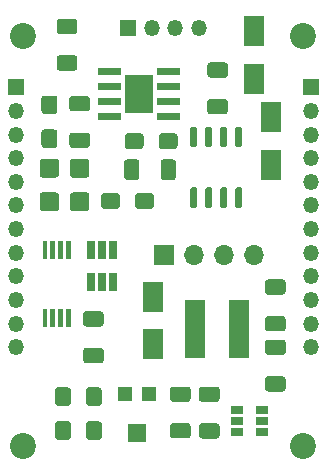
<source format=gts>
%TF.GenerationSoftware,KiCad,Pcbnew,5.1.7-a382d34a8~88~ubuntu18.04.1*%
%TF.CreationDate,2022-07-15T15:30:23-05:00*%
%TF.ProjectId,Global_Val_Sen,476c6f62-616c-45f5-9661-6c5f53656e2e,rev?*%
%TF.SameCoordinates,Original*%
%TF.FileFunction,Soldermask,Top*%
%TF.FilePolarity,Negative*%
%FSLAX46Y46*%
G04 Gerber Fmt 4.6, Leading zero omitted, Abs format (unit mm)*
G04 Created by KiCad (PCBNEW 5.1.7-a382d34a8~88~ubuntu18.04.1) date 2022-07-15 15:30:23*
%MOMM*%
%LPD*%
G01*
G04 APERTURE LIST*
%ADD10R,1.600000X1.500000*%
%ADD11R,1.200000X1.200000*%
%ADD12R,1.800000X5.000000*%
%ADD13R,1.060000X0.650000*%
%ADD14R,1.800000X2.500000*%
%ADD15O,1.700000X1.700000*%
%ADD16R,1.700000X1.700000*%
%ADD17R,2.413000X3.302000*%
%ADD18O,1.350000X1.350000*%
%ADD19R,1.350000X1.350000*%
%ADD20C,2.200000*%
%ADD21R,0.650000X1.560000*%
G04 APERTURE END LIST*
G36*
G01*
X42855000Y-70960000D02*
X44105000Y-70960000D01*
G75*
G02*
X44355000Y-71210000I0J-250000D01*
G01*
X44355000Y-72010000D01*
G75*
G02*
X44105000Y-72260000I-250000J0D01*
G01*
X42855000Y-72260000D01*
G75*
G02*
X42605000Y-72010000I0J250000D01*
G01*
X42605000Y-71210000D01*
G75*
G02*
X42855000Y-70960000I250000J0D01*
G01*
G37*
G36*
G01*
X42855000Y-67860000D02*
X44105000Y-67860000D01*
G75*
G02*
X44355000Y-68110000I0J-250000D01*
G01*
X44355000Y-68910000D01*
G75*
G02*
X44105000Y-69160000I-250000J0D01*
G01*
X42855000Y-69160000D01*
G75*
G02*
X42605000Y-68910000I0J250000D01*
G01*
X42605000Y-68110000D01*
G75*
G02*
X42855000Y-67860000I250000J0D01*
G01*
G37*
G36*
G01*
X42845000Y-65870000D02*
X44095000Y-65870000D01*
G75*
G02*
X44345000Y-66120000I0J-250000D01*
G01*
X44345000Y-66920000D01*
G75*
G02*
X44095000Y-67170000I-250000J0D01*
G01*
X42845000Y-67170000D01*
G75*
G02*
X42595000Y-66920000I0J250000D01*
G01*
X42595000Y-66120000D01*
G75*
G02*
X42845000Y-65870000I250000J0D01*
G01*
G37*
G36*
G01*
X42845000Y-62770000D02*
X44095000Y-62770000D01*
G75*
G02*
X44345000Y-63020000I0J-250000D01*
G01*
X44345000Y-63820000D01*
G75*
G02*
X44095000Y-64070000I-250000J0D01*
G01*
X42845000Y-64070000D01*
G75*
G02*
X42595000Y-63820000I0J250000D01*
G01*
X42595000Y-63020000D01*
G75*
G02*
X42845000Y-62770000I250000J0D01*
G01*
G37*
D10*
X31790000Y-75740000D03*
D11*
X30790000Y-72490000D03*
X32790000Y-72490000D03*
G36*
G01*
X25064999Y-74770000D02*
X25915001Y-74770000D01*
G75*
G02*
X26165000Y-75019999I0J-249999D01*
G01*
X26165000Y-76095001D01*
G75*
G02*
X25915001Y-76345000I-249999J0D01*
G01*
X25064999Y-76345000D01*
G75*
G02*
X24815000Y-76095001I0J249999D01*
G01*
X24815000Y-75019999D01*
G75*
G02*
X25064999Y-74770000I249999J0D01*
G01*
G37*
G36*
G01*
X25064999Y-71895000D02*
X25915001Y-71895000D01*
G75*
G02*
X26165000Y-72144999I0J-249999D01*
G01*
X26165000Y-73220001D01*
G75*
G02*
X25915001Y-73470000I-249999J0D01*
G01*
X25064999Y-73470000D01*
G75*
G02*
X24815000Y-73220001I0J249999D01*
G01*
X24815000Y-72144999D01*
G75*
G02*
X25064999Y-71895000I249999J0D01*
G01*
G37*
D12*
X40370000Y-66920000D03*
X36670000Y-66920000D03*
D13*
X42390000Y-74740000D03*
X42390000Y-73790000D03*
X42390000Y-75690000D03*
X40190000Y-75690000D03*
X40190000Y-74740000D03*
X40190000Y-73790000D03*
G36*
G01*
X38505000Y-73140000D02*
X37255000Y-73140000D01*
G75*
G02*
X37005000Y-72890000I0J250000D01*
G01*
X37005000Y-72090000D01*
G75*
G02*
X37255000Y-71840000I250000J0D01*
G01*
X38505000Y-71840000D01*
G75*
G02*
X38755000Y-72090000I0J-250000D01*
G01*
X38755000Y-72890000D01*
G75*
G02*
X38505000Y-73140000I-250000J0D01*
G01*
G37*
G36*
G01*
X38505000Y-76240000D02*
X37255000Y-76240000D01*
G75*
G02*
X37005000Y-75990000I0J250000D01*
G01*
X37005000Y-75190000D01*
G75*
G02*
X37255000Y-74940000I250000J0D01*
G01*
X38505000Y-74940000D01*
G75*
G02*
X38755000Y-75190000I0J-250000D01*
G01*
X38755000Y-75990000D01*
G75*
G02*
X38505000Y-76240000I-250000J0D01*
G01*
G37*
G36*
G01*
X34805000Y-74930000D02*
X36055000Y-74930000D01*
G75*
G02*
X36305000Y-75180000I0J-250000D01*
G01*
X36305000Y-75980000D01*
G75*
G02*
X36055000Y-76230000I-250000J0D01*
G01*
X34805000Y-76230000D01*
G75*
G02*
X34555000Y-75980000I0J250000D01*
G01*
X34555000Y-75180000D01*
G75*
G02*
X34805000Y-74930000I250000J0D01*
G01*
G37*
G36*
G01*
X34805000Y-71830000D02*
X36055000Y-71830000D01*
G75*
G02*
X36305000Y-72080000I0J-250000D01*
G01*
X36305000Y-72880000D01*
G75*
G02*
X36055000Y-73130000I-250000J0D01*
G01*
X34805000Y-73130000D01*
G75*
G02*
X34555000Y-72880000I0J250000D01*
G01*
X34555000Y-72080000D01*
G75*
G02*
X34805000Y-71830000I250000J0D01*
G01*
G37*
D14*
X33140000Y-68250000D03*
X33140000Y-64250000D03*
G36*
G01*
X27684999Y-74770000D02*
X28535001Y-74770000D01*
G75*
G02*
X28785000Y-75019999I0J-249999D01*
G01*
X28785000Y-76095001D01*
G75*
G02*
X28535001Y-76345000I-249999J0D01*
G01*
X27684999Y-76345000D01*
G75*
G02*
X27435000Y-76095001I0J249999D01*
G01*
X27435000Y-75019999D01*
G75*
G02*
X27684999Y-74770000I249999J0D01*
G01*
G37*
G36*
G01*
X27684999Y-71895000D02*
X28535001Y-71895000D01*
G75*
G02*
X28785000Y-72144999I0J-249999D01*
G01*
X28785000Y-73220001D01*
G75*
G02*
X28535001Y-73470000I-249999J0D01*
G01*
X27684999Y-73470000D01*
G75*
G02*
X27435000Y-73220001I0J249999D01*
G01*
X27435000Y-72144999D01*
G75*
G02*
X27684999Y-71895000I249999J0D01*
G01*
G37*
D15*
X41700000Y-60670000D03*
X39160000Y-60670000D03*
X36620000Y-60670000D03*
D16*
X34080000Y-60670000D03*
G36*
G01*
X28470000Y-45393000D02*
X28470000Y-44877000D01*
G75*
G02*
X28512000Y-44835000I42000J0D01*
G01*
X30398000Y-44835000D01*
G75*
G02*
X30440000Y-44877000I0J-42000D01*
G01*
X30440000Y-45393000D01*
G75*
G02*
X30398000Y-45435000I-42000J0D01*
G01*
X28512000Y-45435000D01*
G75*
G02*
X28470000Y-45393000I0J42000D01*
G01*
G37*
G36*
G01*
X28470000Y-46663000D02*
X28470000Y-46147000D01*
G75*
G02*
X28512000Y-46105000I42000J0D01*
G01*
X30398000Y-46105000D01*
G75*
G02*
X30440000Y-46147000I0J-42000D01*
G01*
X30440000Y-46663000D01*
G75*
G02*
X30398000Y-46705000I-42000J0D01*
G01*
X28512000Y-46705000D01*
G75*
G02*
X28470000Y-46663000I0J42000D01*
G01*
G37*
G36*
G01*
X28470000Y-47933000D02*
X28470000Y-47417000D01*
G75*
G02*
X28512000Y-47375000I42000J0D01*
G01*
X30398000Y-47375000D01*
G75*
G02*
X30440000Y-47417000I0J-42000D01*
G01*
X30440000Y-47933000D01*
G75*
G02*
X30398000Y-47975000I-42000J0D01*
G01*
X28512000Y-47975000D01*
G75*
G02*
X28470000Y-47933000I0J42000D01*
G01*
G37*
G36*
G01*
X28470000Y-49203000D02*
X28470000Y-48687000D01*
G75*
G02*
X28512000Y-48645000I42000J0D01*
G01*
X30398000Y-48645000D01*
G75*
G02*
X30440000Y-48687000I0J-42000D01*
G01*
X30440000Y-49203000D01*
G75*
G02*
X30398000Y-49245000I-42000J0D01*
G01*
X28512000Y-49245000D01*
G75*
G02*
X28470000Y-49203000I0J42000D01*
G01*
G37*
G36*
G01*
X33420000Y-49203000D02*
X33420000Y-48687000D01*
G75*
G02*
X33462000Y-48645000I42000J0D01*
G01*
X35348000Y-48645000D01*
G75*
G02*
X35390000Y-48687000I0J-42000D01*
G01*
X35390000Y-49203000D01*
G75*
G02*
X35348000Y-49245000I-42000J0D01*
G01*
X33462000Y-49245000D01*
G75*
G02*
X33420000Y-49203000I0J42000D01*
G01*
G37*
G36*
G01*
X33420000Y-47933000D02*
X33420000Y-47417000D01*
G75*
G02*
X33462000Y-47375000I42000J0D01*
G01*
X35348000Y-47375000D01*
G75*
G02*
X35390000Y-47417000I0J-42000D01*
G01*
X35390000Y-47933000D01*
G75*
G02*
X35348000Y-47975000I-42000J0D01*
G01*
X33462000Y-47975000D01*
G75*
G02*
X33420000Y-47933000I0J42000D01*
G01*
G37*
G36*
G01*
X33420000Y-46663000D02*
X33420000Y-46147000D01*
G75*
G02*
X33462000Y-46105000I42000J0D01*
G01*
X35348000Y-46105000D01*
G75*
G02*
X35390000Y-46147000I0J-42000D01*
G01*
X35390000Y-46663000D01*
G75*
G02*
X35348000Y-46705000I-42000J0D01*
G01*
X33462000Y-46705000D01*
G75*
G02*
X33420000Y-46663000I0J42000D01*
G01*
G37*
G36*
G01*
X33420000Y-45393000D02*
X33420000Y-44877000D01*
G75*
G02*
X33462000Y-44835000I42000J0D01*
G01*
X35348000Y-44835000D01*
G75*
G02*
X35390000Y-44877000I0J-42000D01*
G01*
X35390000Y-45393000D01*
G75*
G02*
X35348000Y-45435000I-42000J0D01*
G01*
X33462000Y-45435000D01*
G75*
G02*
X33420000Y-45393000I0J42000D01*
G01*
G37*
D17*
X31930000Y-47040000D03*
G36*
G01*
X36720000Y-51575000D02*
X36420000Y-51575000D01*
G75*
G02*
X36270000Y-51425000I0J150000D01*
G01*
X36270000Y-49975000D01*
G75*
G02*
X36420000Y-49825000I150000J0D01*
G01*
X36720000Y-49825000D01*
G75*
G02*
X36870000Y-49975000I0J-150000D01*
G01*
X36870000Y-51425000D01*
G75*
G02*
X36720000Y-51575000I-150000J0D01*
G01*
G37*
G36*
G01*
X37990000Y-51575000D02*
X37690000Y-51575000D01*
G75*
G02*
X37540000Y-51425000I0J150000D01*
G01*
X37540000Y-49975000D01*
G75*
G02*
X37690000Y-49825000I150000J0D01*
G01*
X37990000Y-49825000D01*
G75*
G02*
X38140000Y-49975000I0J-150000D01*
G01*
X38140000Y-51425000D01*
G75*
G02*
X37990000Y-51575000I-150000J0D01*
G01*
G37*
G36*
G01*
X39260000Y-51575000D02*
X38960000Y-51575000D01*
G75*
G02*
X38810000Y-51425000I0J150000D01*
G01*
X38810000Y-49975000D01*
G75*
G02*
X38960000Y-49825000I150000J0D01*
G01*
X39260000Y-49825000D01*
G75*
G02*
X39410000Y-49975000I0J-150000D01*
G01*
X39410000Y-51425000D01*
G75*
G02*
X39260000Y-51575000I-150000J0D01*
G01*
G37*
G36*
G01*
X40530000Y-51575000D02*
X40230000Y-51575000D01*
G75*
G02*
X40080000Y-51425000I0J150000D01*
G01*
X40080000Y-49975000D01*
G75*
G02*
X40230000Y-49825000I150000J0D01*
G01*
X40530000Y-49825000D01*
G75*
G02*
X40680000Y-49975000I0J-150000D01*
G01*
X40680000Y-51425000D01*
G75*
G02*
X40530000Y-51575000I-150000J0D01*
G01*
G37*
G36*
G01*
X40530000Y-56725000D02*
X40230000Y-56725000D01*
G75*
G02*
X40080000Y-56575000I0J150000D01*
G01*
X40080000Y-55125000D01*
G75*
G02*
X40230000Y-54975000I150000J0D01*
G01*
X40530000Y-54975000D01*
G75*
G02*
X40680000Y-55125000I0J-150000D01*
G01*
X40680000Y-56575000D01*
G75*
G02*
X40530000Y-56725000I-150000J0D01*
G01*
G37*
G36*
G01*
X39260000Y-56725000D02*
X38960000Y-56725000D01*
G75*
G02*
X38810000Y-56575000I0J150000D01*
G01*
X38810000Y-55125000D01*
G75*
G02*
X38960000Y-54975000I150000J0D01*
G01*
X39260000Y-54975000D01*
G75*
G02*
X39410000Y-55125000I0J-150000D01*
G01*
X39410000Y-56575000D01*
G75*
G02*
X39260000Y-56725000I-150000J0D01*
G01*
G37*
G36*
G01*
X37990000Y-56725000D02*
X37690000Y-56725000D01*
G75*
G02*
X37540000Y-56575000I0J150000D01*
G01*
X37540000Y-55125000D01*
G75*
G02*
X37690000Y-54975000I150000J0D01*
G01*
X37990000Y-54975000D01*
G75*
G02*
X38140000Y-55125000I0J-150000D01*
G01*
X38140000Y-56575000D01*
G75*
G02*
X37990000Y-56725000I-150000J0D01*
G01*
G37*
G36*
G01*
X36720000Y-56725000D02*
X36420000Y-56725000D01*
G75*
G02*
X36270000Y-56575000I0J150000D01*
G01*
X36270000Y-55125000D01*
G75*
G02*
X36420000Y-54975000I150000J0D01*
G01*
X36720000Y-54975000D01*
G75*
G02*
X36870000Y-55125000I0J-150000D01*
G01*
X36870000Y-56575000D01*
G75*
G02*
X36720000Y-56725000I-150000J0D01*
G01*
G37*
G36*
G01*
X39215000Y-45690000D02*
X37965000Y-45690000D01*
G75*
G02*
X37715000Y-45440000I0J250000D01*
G01*
X37715000Y-44640000D01*
G75*
G02*
X37965000Y-44390000I250000J0D01*
G01*
X39215000Y-44390000D01*
G75*
G02*
X39465000Y-44640000I0J-250000D01*
G01*
X39465000Y-45440000D01*
G75*
G02*
X39215000Y-45690000I-250000J0D01*
G01*
G37*
G36*
G01*
X39215000Y-48790000D02*
X37965000Y-48790000D01*
G75*
G02*
X37715000Y-48540000I0J250000D01*
G01*
X37715000Y-47740000D01*
G75*
G02*
X37965000Y-47490000I250000J0D01*
G01*
X39215000Y-47490000D01*
G75*
G02*
X39465000Y-47740000I0J-250000D01*
G01*
X39465000Y-48540000D01*
G75*
G02*
X39215000Y-48790000I-250000J0D01*
G01*
G37*
D14*
X43150000Y-53050000D03*
X43150000Y-49050000D03*
X41680000Y-41760000D03*
X41680000Y-45760000D03*
D18*
X37020000Y-41490000D03*
X35020000Y-41490000D03*
X33020000Y-41490000D03*
D19*
X31020000Y-41490000D03*
G36*
G01*
X26465000Y-45090000D02*
X25215000Y-45090000D01*
G75*
G02*
X24965000Y-44840000I0J250000D01*
G01*
X24965000Y-44040000D01*
G75*
G02*
X25215000Y-43790000I250000J0D01*
G01*
X26465000Y-43790000D01*
G75*
G02*
X26715000Y-44040000I0J-250000D01*
G01*
X26715000Y-44840000D01*
G75*
G02*
X26465000Y-45090000I-250000J0D01*
G01*
G37*
G36*
G01*
X26465000Y-41990000D02*
X25215000Y-41990000D01*
G75*
G02*
X24965000Y-41740000I0J250000D01*
G01*
X24965000Y-40940000D01*
G75*
G02*
X25215000Y-40690000I250000J0D01*
G01*
X26465000Y-40690000D01*
G75*
G02*
X26715000Y-40940000I0J-250000D01*
G01*
X26715000Y-41740000D01*
G75*
G02*
X26465000Y-41990000I-250000J0D01*
G01*
G37*
D20*
X45850000Y-42150000D03*
X22150000Y-42175000D03*
X22150000Y-76850000D03*
X45850000Y-76850000D03*
G36*
G01*
X31970000Y-52855000D02*
X31970000Y-54105000D01*
G75*
G02*
X31720000Y-54355000I-250000J0D01*
G01*
X30920000Y-54355000D01*
G75*
G02*
X30670000Y-54105000I0J250000D01*
G01*
X30670000Y-52855000D01*
G75*
G02*
X30920000Y-52605000I250000J0D01*
G01*
X31720000Y-52605000D01*
G75*
G02*
X31970000Y-52855000I0J-250000D01*
G01*
G37*
G36*
G01*
X35070000Y-52855000D02*
X35070000Y-54105000D01*
G75*
G02*
X34820000Y-54355000I-250000J0D01*
G01*
X34020000Y-54355000D01*
G75*
G02*
X33770000Y-54105000I0J250000D01*
G01*
X33770000Y-52855000D01*
G75*
G02*
X34020000Y-52605000I250000J0D01*
G01*
X34820000Y-52605000D01*
G75*
G02*
X35070000Y-52855000I0J-250000D01*
G01*
G37*
G36*
G01*
X27445000Y-68560000D02*
X28695000Y-68560000D01*
G75*
G02*
X28945000Y-68810000I0J-250000D01*
G01*
X28945000Y-69610000D01*
G75*
G02*
X28695000Y-69860000I-250000J0D01*
G01*
X27445000Y-69860000D01*
G75*
G02*
X27195000Y-69610000I0J250000D01*
G01*
X27195000Y-68810000D01*
G75*
G02*
X27445000Y-68560000I250000J0D01*
G01*
G37*
G36*
G01*
X27445000Y-65460000D02*
X28695000Y-65460000D01*
G75*
G02*
X28945000Y-65710000I0J-250000D01*
G01*
X28945000Y-66510000D01*
G75*
G02*
X28695000Y-66760000I-250000J0D01*
G01*
X27445000Y-66760000D01*
G75*
G02*
X27195000Y-66510000I0J250000D01*
G01*
X27195000Y-65710000D01*
G75*
G02*
X27445000Y-65460000I250000J0D01*
G01*
G37*
G36*
G01*
X30310000Y-55684999D02*
X30310000Y-56535001D01*
G75*
G02*
X30060001Y-56785000I-249999J0D01*
G01*
X28984999Y-56785000D01*
G75*
G02*
X28735000Y-56535001I0J249999D01*
G01*
X28735000Y-55684999D01*
G75*
G02*
X28984999Y-55435000I249999J0D01*
G01*
X30060001Y-55435000D01*
G75*
G02*
X30310000Y-55684999I0J-249999D01*
G01*
G37*
G36*
G01*
X33185000Y-55684999D02*
X33185000Y-56535001D01*
G75*
G02*
X32935001Y-56785000I-249999J0D01*
G01*
X31859999Y-56785000D01*
G75*
G02*
X31610000Y-56535001I0J249999D01*
G01*
X31610000Y-55684999D01*
G75*
G02*
X31859999Y-55435000I249999J0D01*
G01*
X32935001Y-55435000D01*
G75*
G02*
X33185000Y-55684999I0J-249999D01*
G01*
G37*
G36*
G01*
X25755000Y-59490000D02*
X26115000Y-59490000D01*
G75*
G02*
X26135000Y-59510000I0J-20000D01*
G01*
X26135000Y-61030000D01*
G75*
G02*
X26115000Y-61050000I-20000J0D01*
G01*
X25755000Y-61050000D01*
G75*
G02*
X25735000Y-61030000I0J20000D01*
G01*
X25735000Y-59510000D01*
G75*
G02*
X25755000Y-59490000I20000J0D01*
G01*
G37*
G36*
G01*
X25105000Y-59490000D02*
X25465000Y-59490000D01*
G75*
G02*
X25485000Y-59510000I0J-20000D01*
G01*
X25485000Y-61030000D01*
G75*
G02*
X25465000Y-61050000I-20000J0D01*
G01*
X25105000Y-61050000D01*
G75*
G02*
X25085000Y-61030000I0J20000D01*
G01*
X25085000Y-59510000D01*
G75*
G02*
X25105000Y-59490000I20000J0D01*
G01*
G37*
G36*
G01*
X24455000Y-59490000D02*
X24815000Y-59490000D01*
G75*
G02*
X24835000Y-59510000I0J-20000D01*
G01*
X24835000Y-61030000D01*
G75*
G02*
X24815000Y-61050000I-20000J0D01*
G01*
X24455000Y-61050000D01*
G75*
G02*
X24435000Y-61030000I0J20000D01*
G01*
X24435000Y-59510000D01*
G75*
G02*
X24455000Y-59490000I20000J0D01*
G01*
G37*
G36*
G01*
X23805000Y-59490000D02*
X24165000Y-59490000D01*
G75*
G02*
X24185000Y-59510000I0J-20000D01*
G01*
X24185000Y-61030000D01*
G75*
G02*
X24165000Y-61050000I-20000J0D01*
G01*
X23805000Y-61050000D01*
G75*
G02*
X23785000Y-61030000I0J20000D01*
G01*
X23785000Y-59510000D01*
G75*
G02*
X23805000Y-59490000I20000J0D01*
G01*
G37*
G36*
G01*
X23805000Y-65250000D02*
X24165000Y-65250000D01*
G75*
G02*
X24185000Y-65270000I0J-20000D01*
G01*
X24185000Y-66790000D01*
G75*
G02*
X24165000Y-66810000I-20000J0D01*
G01*
X23805000Y-66810000D01*
G75*
G02*
X23785000Y-66790000I0J20000D01*
G01*
X23785000Y-65270000D01*
G75*
G02*
X23805000Y-65250000I20000J0D01*
G01*
G37*
G36*
G01*
X24455000Y-65250000D02*
X24815000Y-65250000D01*
G75*
G02*
X24835000Y-65270000I0J-20000D01*
G01*
X24835000Y-66790000D01*
G75*
G02*
X24815000Y-66810000I-20000J0D01*
G01*
X24455000Y-66810000D01*
G75*
G02*
X24435000Y-66790000I0J20000D01*
G01*
X24435000Y-65270000D01*
G75*
G02*
X24455000Y-65250000I20000J0D01*
G01*
G37*
G36*
G01*
X25105000Y-65250000D02*
X25465000Y-65250000D01*
G75*
G02*
X25485000Y-65270000I0J-20000D01*
G01*
X25485000Y-66790000D01*
G75*
G02*
X25465000Y-66810000I-20000J0D01*
G01*
X25105000Y-66810000D01*
G75*
G02*
X25085000Y-66790000I0J20000D01*
G01*
X25085000Y-65270000D01*
G75*
G02*
X25105000Y-65250000I20000J0D01*
G01*
G37*
G36*
G01*
X25755000Y-65250000D02*
X26115000Y-65250000D01*
G75*
G02*
X26135000Y-65270000I0J-20000D01*
G01*
X26135000Y-66790000D01*
G75*
G02*
X26115000Y-66810000I-20000J0D01*
G01*
X25755000Y-66810000D01*
G75*
G02*
X25735000Y-66790000I0J20000D01*
G01*
X25735000Y-65270000D01*
G75*
G02*
X25755000Y-65250000I20000J0D01*
G01*
G37*
D21*
X28810000Y-60280000D03*
X27860000Y-60280000D03*
X29760000Y-60280000D03*
X29760000Y-62980000D03*
X28810000Y-62980000D03*
X27860000Y-62980000D03*
G36*
G01*
X27535000Y-48530000D02*
X26285000Y-48530000D01*
G75*
G02*
X26035000Y-48280000I0J250000D01*
G01*
X26035000Y-47480000D01*
G75*
G02*
X26285000Y-47230000I250000J0D01*
G01*
X27535000Y-47230000D01*
G75*
G02*
X27785000Y-47480000I0J-250000D01*
G01*
X27785000Y-48280000D01*
G75*
G02*
X27535000Y-48530000I-250000J0D01*
G01*
G37*
G36*
G01*
X27535000Y-51630000D02*
X26285000Y-51630000D01*
G75*
G02*
X26035000Y-51380000I0J250000D01*
G01*
X26035000Y-50580000D01*
G75*
G02*
X26285000Y-50330000I250000J0D01*
G01*
X27535000Y-50330000D01*
G75*
G02*
X27785000Y-50580000I0J-250000D01*
G01*
X27785000Y-51380000D01*
G75*
G02*
X27535000Y-51630000I-250000J0D01*
G01*
G37*
G36*
G01*
X24915000Y-54145000D02*
X23765000Y-54145000D01*
G75*
G02*
X23515000Y-53895000I0J250000D01*
G01*
X23515000Y-52795000D01*
G75*
G02*
X23765000Y-52545000I250000J0D01*
G01*
X24915000Y-52545000D01*
G75*
G02*
X25165000Y-52795000I0J-250000D01*
G01*
X25165000Y-53895000D01*
G75*
G02*
X24915000Y-54145000I-250000J0D01*
G01*
G37*
G36*
G01*
X24915000Y-56995000D02*
X23765000Y-56995000D01*
G75*
G02*
X23515000Y-56745000I0J250000D01*
G01*
X23515000Y-55645000D01*
G75*
G02*
X23765000Y-55395000I250000J0D01*
G01*
X24915000Y-55395000D01*
G75*
G02*
X25165000Y-55645000I0J-250000D01*
G01*
X25165000Y-56745000D01*
G75*
G02*
X24915000Y-56995000I-250000J0D01*
G01*
G37*
G36*
G01*
X27475000Y-54145000D02*
X26325000Y-54145000D01*
G75*
G02*
X26075000Y-53895000I0J250000D01*
G01*
X26075000Y-52795000D01*
G75*
G02*
X26325000Y-52545000I250000J0D01*
G01*
X27475000Y-52545000D01*
G75*
G02*
X27725000Y-52795000I0J-250000D01*
G01*
X27725000Y-53895000D01*
G75*
G02*
X27475000Y-54145000I-250000J0D01*
G01*
G37*
G36*
G01*
X27475000Y-56995000D02*
X26325000Y-56995000D01*
G75*
G02*
X26075000Y-56745000I0J250000D01*
G01*
X26075000Y-55645000D01*
G75*
G02*
X26325000Y-55395000I250000J0D01*
G01*
X27475000Y-55395000D01*
G75*
G02*
X27725000Y-55645000I0J-250000D01*
G01*
X27725000Y-56745000D01*
G75*
G02*
X27475000Y-56995000I-250000J0D01*
G01*
G37*
G36*
G01*
X23924999Y-47195000D02*
X24775001Y-47195000D01*
G75*
G02*
X25025000Y-47444999I0J-249999D01*
G01*
X25025000Y-48520001D01*
G75*
G02*
X24775001Y-48770000I-249999J0D01*
G01*
X23924999Y-48770000D01*
G75*
G02*
X23675000Y-48520001I0J249999D01*
G01*
X23675000Y-47444999D01*
G75*
G02*
X23924999Y-47195000I249999J0D01*
G01*
G37*
G36*
G01*
X23924999Y-50070000D02*
X24775001Y-50070000D01*
G75*
G02*
X25025000Y-50319999I0J-249999D01*
G01*
X25025000Y-51395001D01*
G75*
G02*
X24775001Y-51645000I-249999J0D01*
G01*
X23924999Y-51645000D01*
G75*
G02*
X23675000Y-51395001I0J249999D01*
G01*
X23675000Y-50319999D01*
G75*
G02*
X23924999Y-50070000I249999J0D01*
G01*
G37*
G36*
G01*
X35195000Y-50634999D02*
X35195000Y-51485001D01*
G75*
G02*
X34945001Y-51735000I-249999J0D01*
G01*
X33869999Y-51735000D01*
G75*
G02*
X33620000Y-51485001I0J249999D01*
G01*
X33620000Y-50634999D01*
G75*
G02*
X33869999Y-50385000I249999J0D01*
G01*
X34945001Y-50385000D01*
G75*
G02*
X35195000Y-50634999I0J-249999D01*
G01*
G37*
G36*
G01*
X32320000Y-50634999D02*
X32320000Y-51485001D01*
G75*
G02*
X32070001Y-51735000I-249999J0D01*
G01*
X30994999Y-51735000D01*
G75*
G02*
X30745000Y-51485001I0J249999D01*
G01*
X30745000Y-50634999D01*
G75*
G02*
X30994999Y-50385000I249999J0D01*
G01*
X32070001Y-50385000D01*
G75*
G02*
X32320000Y-50634999I0J-249999D01*
G01*
G37*
D18*
X21500000Y-68500000D03*
X21500000Y-66500000D03*
X21500000Y-64500000D03*
X21500000Y-62500000D03*
X21500000Y-60500000D03*
X21500000Y-58500000D03*
X21500000Y-56500000D03*
X21500000Y-54500000D03*
X21500000Y-52500000D03*
X21500000Y-50500000D03*
X21500000Y-48500000D03*
D19*
X21500000Y-46500000D03*
D18*
X46500000Y-68500000D03*
X46500000Y-66500000D03*
X46500000Y-64500000D03*
X46500000Y-62500000D03*
X46500000Y-60500000D03*
X46500000Y-58500000D03*
X46500000Y-56500000D03*
X46500000Y-54500000D03*
X46500000Y-52500000D03*
X46500000Y-50500000D03*
X46500000Y-48500000D03*
D19*
X46500000Y-46500000D03*
M02*

</source>
